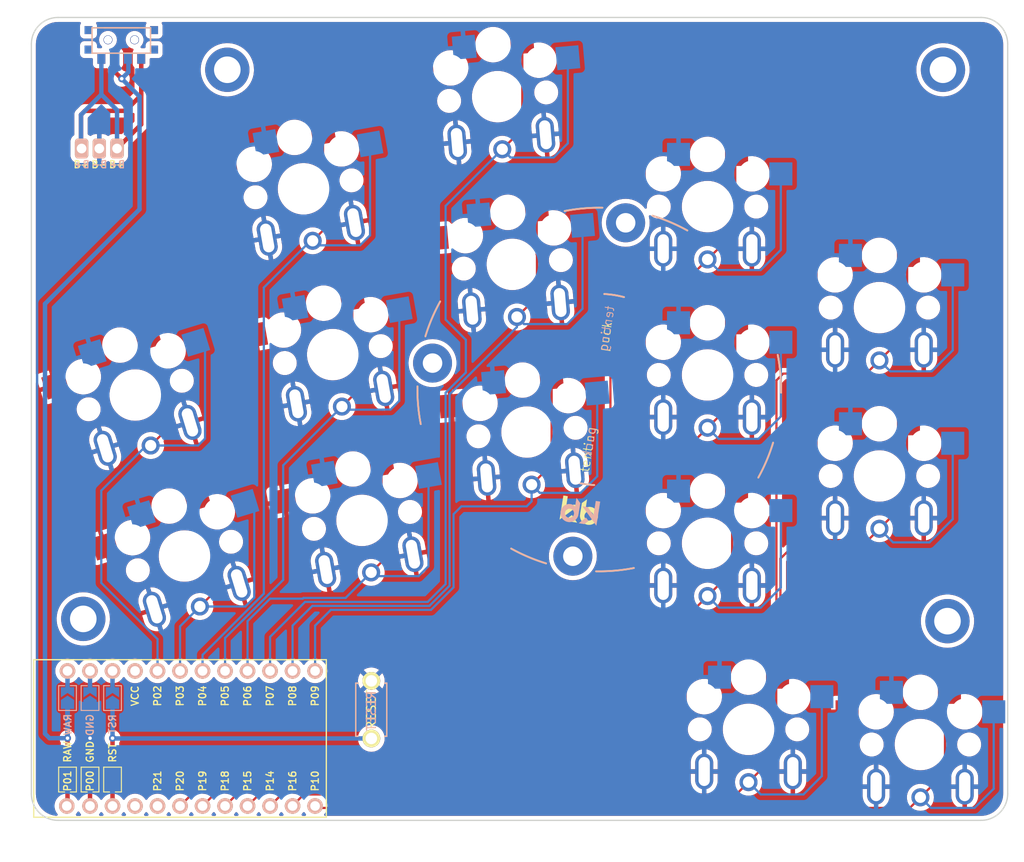
<source format=kicad_pcb>
(kicad_pcb (version 20211014) (generator pcbnew)
  (title_block (title "batta_choc") (rev "v1.0.0") (company "Unknown"))
  (layers (0 "F.Cu" signal) (31 "B.Cu" signal) (34 "B.Paste" user) (35 "F.Paste" user) (36 "B.SilkS" user "B.Silkscreen") (37 "F.SilkS" user "F.Silkscreen") (38 "B.Mask" user) (39 "F.Mask" user) (44 "Edge.Cuts" user))
  (net 0 "")
  (net 1 "GND")
  (net 2 "matrix_pinky_home")
  (net 3 "matrix_ring_bottom")
  (net 4 "matrix_ring_home")
  (net 5 "matrix_ring_top")
  (net 6 "matrix_middle_bottom")
  (net 7 "matrix_middle_home")
  (net 8 "matrix_middle_top")
  (net 9 "matrix_index_bottom")
  (net 10 "matrix_index_home")
  (net 11 "matrix_index_top")
  (net 12 "matrix_inner_bottom")
  (net 13 "matrix_inner_home")
  (net 14 "thumb_tucky")
  (net 15 "thumb_reachy")
  (net 16 "RAW")
  (net 17 "RST")
  (net 18 "matrix_pinky_top")
  (net 19 "b+")
  (footprint "Alaa:ChocV2hotswapWithSupportOval" (layer "F.Cu") (at 249.090824 84.505717 5)
    (fp_text reference "S7" hide)
    (fp_text value "" hide)
  )
  (footprint "Alaa:ChocV2hotswapWithSupportOval" (layer "F.Cu") (at 247.434865 65.578018 5)
    (fp_text reference "S8" hide)
    (fp_text value "" hide)
  )
  (footprint "Alaa:ChocV2hotswapWithSupportOval" (layer "F.Cu") (at 228.826421 94.688497 10)
    (fp_text reference "S4" hide)
    (fp_text value "" hide)
  )
  (footprint "Alaa:ProMicro32keys" (layer "F.Cu") (at 212.852 137.954)
    (fp_text reference "MCU1" hide)
    (fp_text value "" hide)
  )
  (footprint "clipboard:588d3aa5-8931-420f-9c57-a8cdf3d19d32" (layer "F.Cu") (at 239.946264 105.6951 -9)
    (fp_text reference "")
    (fp_text value "")
  )
  (footprint "Alaa:ChocV2hotswapWithSupportOval" (layer "F.Cu") (at 212.09774 117.419287 17)
    (fp_text reference "S1" hide)
    (fp_text value "" hide)
  )
  (footprint "" (layer "F.Cu") (at 200.66 124.46)
    (fp_text reference "")
    (fp_text value "")
  )
  (footprint "Alaa:ChocV2hotswapWithSupportOval" (layer "F.Cu") (at 271.115601 115.986367)
    (fp_text reference "S9" hide)
    (fp_text value "" hide)
  )
  (footprint "Alaa:ChocV2hotswapWithSupportOval" (layer "F.Cu") (at 290.515601 108.386367)
    (fp_text reference "S12" hide)
    (fp_text value "" hide)
  )
  (footprint "Alaa:ChocV2hotswapWithSupportOval" (layer "F.Cu") (at 275.740601 136.986367)
    (fp_text reference "S14" hide)
    (fp_text value "" hide)
  )
  (footprint "Alaa:ChocV2hotswapWithSupportOval" (layer "F.Cu") (at 232.125737 113.399844 10)
    (fp_text reference "S3" hide)
    (fp_text value "" hide)
  )
  (footprint "E73:SPDT_C128955" (layer "F.Cu") (at 204.950615 59.106416)
    (fp_text reference "T2" hide)
    (fp_text value "" hide)
  )
  (footprint "" (layer "F.Cu") (at 297.688 62.484)
    (fp_text reference "")
    (fp_text value "")
  )
  (footprint "" (layer "F.Cu") (at 216.916 62.484)
    (fp_text reference "")
    (fp_text value "")
  )
  (footprint "Alaa:ChocV2hotswapWithSupportOval" (layer "F.Cu") (at 250.746784 103.433416 5)
    (fp_text reference "S6" hide)
    (fp_text value "" hide)
  )
  (footprint "" (layer "F.Cu") (at 298.196 124.714)
    (fp_text reference "")
    (fp_text value "")
  )
  (footprint "Alaa:ChocV2hotswapWithSupportOval" (layer "F.Cu") (at 295.140601 138.696367)
    (fp_text reference "S15" hide)
    (fp_text value "" hide)
  )
  (footprint "lib:bat" (layer "F.Cu") (at 202.47 71.374)
    (fp_text reference "PAD1" hide)
    (fp_text value "" hide)
  )
  (footprint "kbd:ResetSW" (layer "F.Cu") (at 233.172 134.704 -90)
    (fp_text reference "B1" hide)
    (fp_text value "")
  )
  (footprint "Alaa:ChocV2hotswapWithSupportOval" (layer "F.Cu") (at 271.115601 77.986367)
    (fp_text reference "S11" hide)
    (fp_text value "" hide)
  )
  (footprint "Alaa:ChocV2hotswapWithSupportOval" (layer "F.Cu") (at 206.542677 99.249496 17)
    (fp_text reference "S2" hide)
    (fp_text value "" hide)
  )
  (footprint "Alaa:ChocV2hotswapWithSupportOval" (layer "F.Cu") (at 290.515601 89.386367)
    (fp_text reference "S13" hide)
    (fp_text value "" hide)
  )
  (footprint "Alaa:ChocV2hotswapWithSupportOval" (layer "F.Cu") (at 225.527106 75.97715 10)
    (fp_text reference "S5" hide)
    (fp_text value "" hide)
  )
  (footprint "Alaa:ChocV2hotswapWithSupportOval" (layer "F.Cu") (at 271.115601 96.986367)
    (fp_text reference "S10" hide)
    (fp_text value "" hide)
  )
  (footprint "E73:SPDT_C128955" (layer "F.Cu") (at 204.950615 59.106416)
    (fp_text reference "T1" hide)
    (fp_text value "" hide)
  )
  (gr_line (start 197.803209 147.196367) (end 301.990601 147.196367) (layer "Edge.Cuts") (width 0.15))
  (gr_arc (start 197.803209 147.196367) (mid 195.681895 146.317689) (end 194.803209 144.196367) (layer "Edge.Cuts") (width 0.15))
  (gr_line (start 197.803209 56.581422) (end 301.990601 56.581422) (layer "Edge.Cuts") (width 0.15))
  (gr_arc (start 304.990601 144.196367) (mid 304.111933 146.317709) (end 301.990601 147.196367) (layer "Edge.Cuts") (width 0.15))
  (gr_line (start 194.803209 144.196367) (end 194.803209 59.581422) (layer "Edge.Cuts") (width 0.15))
  (gr_line (start 304.990601 144.196367) (end 304.990601 59.581422) (layer "Edge.Cuts") (width 0.15))
  (gr_arc (start 301.990601 56.581422) (mid 304.111921 57.460102) (end 304.990601 59.581422) (layer "Edge.Cuts") (width 0.15))
  (gr_arc (start 194.803209 59.581422) (mid 195.681889 57.460102) (end 197.803209 56.581422) (layer "Edge.Cuts") (width 0.15))
  (segment (start 201.422 137.954) (end 201.422 141.867523) (width 0.5) (layer "F.Cu") (net 1))
  (via (at 201.422 137.922) (size 0.8) (drill 0.4) (layers "F.Cu" "B.Cu") (net 1))
  (segment (start 201.422 134.117523) (end 201.422 137.954) (width 0.5) (layer "B.Cu") (net 1))
  (segment (start 215.138 121.746216) (end 213.822732 123.061484) (width 0.25) (layer "F.Cu") (net 2))
  (segment (start 213.490025 110.771757) (end 213.490025 114.176025) (width 0.25) (layer "F.Cu") (net 2))
  (segment (start 215.138 115.824) (end 215.138 121.746216) (width 0.25) (layer "F.Cu") (net 2))
  (segment (start 213.490025 114.176025) (end 215.138 115.824) (width 0.25) (layer "F.Cu") (net 2))
  (segment (start 211.582 125.302216) (end 213.822732 123.061484) (width 0.25) (layer "B.Cu") (net 2))
  (segment (start 219.955869 112.454871) (end 219.955869 122.052977) (width 0.25) (layer "B.Cu") (net 2))
  (segment (start 219.955869 122.052977) (end 218.947362 123.061484) (width 0.25) (layer "B.Cu") (net 2))
  (segment (start 218.914767 111.413769) (end 219.955869 112.454871) (width 0.25) (layer "B.Cu") (net 2))
  (segment (start 211.582 130.334) (end 211.582 125.302216) (width 0.25) (layer "B.Cu") (net 2))
  (segment (start 218.947362 123.061484) (end 213.822732 123.061484) (width 0.25) (layer "B.Cu") (net 2))
  (segment (start 234.317774 106.97154) (end 234.317774 110.619774) (width 0.25) (layer "F.Cu") (net 3))
  (segment (start 235.204 111.506) (end 235.204 117.156469) (width 0.25) (layer "F.Cu") (net 3))
  (segment (start 234.317774 110.619774) (end 235.204 111.506) (width 0.25) (layer "F.Cu") (net 3))
  (segment (start 235.204 117.156469) (end 233.15026 119.210209) (width 0.25) (layer "F.Cu") (net 3))
  (segment (start 225.424282 122.174) (end 225.502843 122.09544) (width 0.25) (layer "B.Cu") (net 3))
  (segment (start 225.502843 122.09544) (end 230.265029 122.09544) (width 0.25) (layer "B.Cu") (net 3))
  (segment (start 219.202 130.334) (end 219.202 124.714) (width 0.25) (layer "B.Cu") (net 3))
  (segment (start 239.62384 108.269876) (end 239.62384 118.51616) (width 0.25) (layer "B.Cu") (net 3))
  (segment (start 238.506 119.634) (end 233.574051 119.634) (width 0.25) (layer "B.Cu") (net 3))
  (segment (start 221.742 122.174) (end 225.424282 122.174) (width 0.25) (layer "B.Cu") (net 3))
  (segment (start 239.62384 118.51616) (end 238.506 119.634) (width 0.25) (layer "B.Cu") (net 3))
  (segment (start 233.574051 119.634) (end 233.15026 119.210209) (width 0.25) (layer "B.Cu") (net 3))
  (segment (start 219.202 124.714) (end 221.742 122.174) (width 0.25) (layer "B.Cu") (net 3))
  (segment (start 230.265029 122.09544) (end 233.15026 119.210209) (width 0.25) (layer "B.Cu") (net 3))
  (segment (start 231.902 92.964) (end 231.902 98.447806) (width 0.25) (layer "F.Cu") (net 4))
  (segment (start 231.018458 88.260193) (end 231.018458 92.080458) (width 0.25) (layer "F.Cu") (net 4))
  (segment (start 231.018458 92.080458) (end 231.902 92.964) (width 0.25) (layer "F.Cu") (net 4))
  (segment (start 231.902 98.447806) (end 229.850944 100.498862) (width 0.25) (layer "F.Cu") (net 4))
  (segment (start 234.426207 100.850236) (end 230.202318 100.850236) (width 0.25) (layer "B.Cu") (net 4))
  (segment (start 216.662 126.618282) (end 223.221733 120.058549) (width 0.25) (layer "B.Cu") (net 4))
  (segment (start 223.221733 120.058549) (end 223.221733 107.128073) (width 0.25) (layer "B.Cu") (net 4))
  (segment (start 236.324524 99.852729) (end 235.339253 100.838) (width 0.25) (layer "B.Cu") (net 4))
  (segment (start 230.202318 100.850236) (end 229.850944 100.498862) (width 0.25) (layer "B.Cu") (net 4))
  (segment (start 236.324524 89.558529) (end 236.324524 99.852729) (width 0.25) (layer "B.Cu") (net 4))
  (segment (start 223.221733 107.128073) (end 229.850944 100.498862) (width 0.25) (layer "B.Cu") (net 4))
  (segment (start 216.662 130.334) (end 216.662 126.618282) (width 0.25) (layer "B.Cu") (net 4))
  (segment (start 235.339253 100.838) (end 234.495601 100.838) (width 0.25) (layer "B.Cu") (net 4))
  (segment (start 234.495601 100.838) (end 234.426207 100.850236) (width 0.25) (layer "B.Cu") (net 4))
  (segment (start 228.6 73.914) (end 228.6 79.739144) (width 0.25) (layer "F.Cu") (net 5))
  (segment (start 227.719143 73.033143) (end 228.6 73.914) (width 0.25) (layer "F.Cu") (net 5))
  (segment (start 227.719143 69.548846) (end 227.719143 73.033143) (width 0.25) (layer "F.Cu") (net 5))
  (segment (start 228.6 79.739144) (end 226.551629 81.787515) (width 0.25) (layer "F.Cu") (net 5))
  (segment (start 214.122 128.522564) (end 221.03848 121.606084) (width 0.25) (layer "B.Cu") (net 5))
  (segment (start 221.03848 87.06352) (end 226.314485 81.787515) (width 0.25) (layer "B.Cu") (net 5))
  (segment (start 221.03848 121.606084) (end 221.03848 87.06352) (width 0.25) (layer "B.Cu") (net 5))
  (segment (start 231.902 82.296) (end 227.060114 82.296) (width 0.25) (layer "B.Cu") (net 5))
  (segment (start 227.060114 82.296) (end 226.551629 81.787515) (width 0.25) (layer "B.Cu") (net 5))
  (segment (start 226.314485 81.787515) (end 226.551629 81.787515) (width 0.25) (layer "B.Cu") (net 5))
  (segment (start 233.025209 70.847182) (end 233.025209 81.172791) (width 0.25) (layer "B.Cu") (net 5))
  (segment (start 233.025209 81.172791) (end 231.902 82.296) (width 0.25) (layer "B.Cu") (net 5))
  (segment (start 214.122 130.334) (end 214.122 128.522564) (width 0.25) (layer "B.Cu") (net 5))
  (segment (start 253.490743 97.220623) (end 253.521305 97.251185) (width 0.25) (layer "F.Cu") (net 6))
  (segment (start 253.521305 107.050661) (end 251.261002 109.310964) (width 0.25) (layer "F.Cu") (net 6))
  (segment (start 253.521305 97.251185) (end 253.521305 107.050661) (width 0.25) (layer "F.Cu") (net 6))
  (segment (start 226.822 125.222) (end 228.6 123.444) (width 0.25) (layer "B.Cu") (net 6))
  (segment (start 242.45304 112.63896) (end 243.332 111.76) (width 0.25) (layer "B.Cu") (net 6))
  (segment (start 239.903717 123.444) (end 242.45304 120.894676) (width 0.25) (layer "B.Cu") (net 6))
  (segment (start 251.261002 111.196998) (end 251.261002 109.310964) (width 0.25) (layer "B.Cu") (net 6))
  (segment (start 250.698 111.76) (end 251.261002 111.196998) (width 0.25) (layer "B.Cu") (net 6))
  (segment (start 243.332 111.76) (end 250.698 111.76) (width 0.25) (layer "B.Cu") (net 6))
  (segment (start 228.6 123.444) (end 239.903717 123.444) (width 0.25) (layer "B.Cu") (net 6))
  (segment (start 252.186038 110.236) (end 251.261002 109.310964) (width 0.25) (layer "B.Cu") (net 6))
  (segment (start 258.66346 98.976472) (end 258.66346 108.36654) (width 0.25) (layer "B.Cu") (net 6))
  (segment (start 258.66346 108.36654) (end 256.794 110.236) (width 0.25) (layer "B.Cu") (net 6))
  (segment (start 226.822 130.334) (end 226.822 125.222) (width 0.25) (layer "B.Cu") (net 6))
  (segment (start 242.45304 120.894676) (end 242.45304 112.63896) (width 0.25) (layer "B.Cu") (net 6))
  (segment (start 256.794 110.236) (end 252.186038 110.236) (width 0.25) (layer "B.Cu") (net 6))
  (segment (start 251.865345 83.356472) (end 251.865345 88.122962) (width 0.25) (layer "F.Cu") (net 7))
  (segment (start 251.834783 78.292924) (end 251.834783 83.32591) (width 0.25) (layer "F.Cu") (net 7))
  (segment (start 251.865345 88.122962) (end 249.605042 90.383265) (width 0.25) (layer "F.Cu") (net 7))
  (segment (start 251.834783 83.32591) (end 251.865345 83.356472) (width 0.25) (layer "F.Cu") (net 7))
  (segment (start 257.0075 89.4485) (end 255.27 91.186) (width 0.25) (layer "B.Cu") (net 7))
  (segment (start 239.717519 122.99448) (end 242.00352 120.708479) (width 0.25) (layer "B.Cu") (net 7))
  (segment (start 255.27 91.186) (end 250.407777 91.186) (width 0.25) (layer "B.Cu") (net 7))
  (segment (start 224.282 130.334) (end 224.282 125.222) (width 0.25) (layer "B.Cu") (net 7))
  (segment (start 250.407777 91.186) (end 249.605042 90.383265) (width 0.25) (layer "B.Cu") (net 7))
  (segment (start 242.00352 120.708479) (end 242.00352 99.11848) (width 0.25) (layer "B.Cu") (net 7))
  (segment (start 249.605042 91.516958) (end 249.605042 90.383265) (width 0.25) (layer "B.Cu") (net 7))
  (segment (start 257.0075 80.048773) (end 257.0075 89.4485) (width 0.25) (layer "B.Cu") (net 7))
  (segment (start 226.50952 122.99448) (end 239.717519 122.99448) (width 0.25) (layer "B.Cu") (net 7))
  (segment (start 242.00352 99.11848) (end 249.605042 91.516958) (width 0.25) (layer "B.Cu") (net 7))
  (segment (start 224.282 125.222) (end 226.50952 122.99448) (width 0.25) (layer "B.Cu") (net 7))
  (segment (start 250.178824 59.365225) (end 250.209386 59.395787) (width 0.25) (layer "F.Cu") (net 8))
  (segment (start 250.209386 69.195263) (end 247.949083 71.455566) (width 0.25) (layer "F.Cu") (net 8))
  (segment (start 250.209386 59.395787) (end 250.209386 69.195263) (width 0.25) (layer "F.Cu") (net 8))
  (segment (start 255.351541 70.784459) (end 253.746 72.39) (width 0.25) (layer "B.Cu") (net 8))
  (segment (start 255.351541 61.121074) (end 255.351541 70.784459) (width 0.25) (layer "B.Cu") (net 8))
  (segment (start 221.742 130.334) (end 221.742 126.492) (width 0.25) (layer "B.Cu") (net 8))
  (segment (start 239.531322 122.54496) (end 241.554 120.522282) (width 0.25) (layer "B.Cu") (net 8))
  (segment (start 221.742 126.492) (end 225.68904 122.54496) (width 0.25) (layer "B.Cu") (net 8))
  (segment (start 243.84 96.646282) (end 243.84 92.964) (width 0.25) (layer "B.Cu") (net 8))
  (segment (start 241.554 120.522282) (end 241.554 98.932282) (width 0.25) (layer "B.Cu") (net 8))
  (segment (start 241.554 98.932282) (end 243.84 96.646282) (width 0.25) (layer "B.Cu") (net 8))
  (segment (start 241.554 77.850649) (end 247.949083 71.455566) (width 0.25) (layer "B.Cu") (net 8))
  (segment (start 225.68904 122.54496) (end 239.531322 122.54496) (width 0.25) (layer "B.Cu") (net 8))
  (segment (start 248.883517 72.39) (end 247.949083 71.455566) (width 0.25) (layer "B.Cu") (net 8))
  (segment (start 243.84 92.964) (end 241.554 90.678) (width 0.25) (layer "B.Cu") (net 8))
  (segment (start 241.554 90.678) (end 241.554 77.850649) (width 0.25) (layer "B.Cu") (net 8))
  (segment (start 253.746 72.39) (end 248.883517 72.39) (width 0.25) (layer "B.Cu") (net 8))
  (segment (start 261.874 123.444) (end 269.557966 123.444) (width 0.25) (layer "F.Cu") (net 9))
  (segment (start 261.05352 141.156197) (end 261.05352 124.26448) (width 0.25) (layer "F.Cu") (net 9))
  (segment (start 269.557966 123.444) (end 271.1156 121.886366) (width 0.25) (layer "F.Cu") (net 9))
  (segment (start 219.85896 142.37704) (end 259.832678 142.37704) (width 0.25) (layer "F.Cu") (net 9))
  (segment (start 261.05352 124.26448) (end 261.874 123.444) (width 0.25) (layer "F.Cu") (net 9))
  (segment (start 259.832678 142.37704) (end 261.05352 141.156197) (width 0.25) (layer "F.Cu") (net 9))
  (segment (start 273.890122 119.111844) (end 271.1156 121.886366) (width 0.25) (layer "F.Cu") (net 9))
  (segment (start 274.390599 110.036367) (end 273.890122 110.536844) (width 0.25) (layer "F.Cu") (net 9))
  (segment (start 273.890122 110.536844) (end 273.890122 119.111844) (width 0.25) (layer "F.Cu") (net 9))
  (segment (start 216.662 145.574) (end 219.85896 142.37704) (width 0.25) (layer "F.Cu") (net 9))
  (segment (start 279.3906 120.9134) (end 277.114 123.19) (width 0.25) (layer "B.Cu") (net 9))
  (segment (start 277.114 123.19) (end 272.419234 123.19) (width 0.25) (layer "B.Cu") (net 9))
  (segment (start 272.419234 123.19) (end 271.1156 121.886366) (width 0.25) (layer "B.Cu") (net 9))
  (segment (start 279.3906 112.236367) (end 279.3906 120.9134) (width 0.25) (layer "B.Cu") (net 9))
  (segment (start 217.76848 141.92752) (end 259.64648 141.92752) (width 0.25) (layer "F.Cu") (net 10))
  (segment (start 274.241079 91.185887) (end 274.241079 99.760887) (width 0.25) (layer "F.Cu") (net 10))
  (segment (start 269.607966 104.394) (end 271.1156 102.886366) (width 0.25) (layer "F.Cu") (net 10))
  (segment (start 214.122 145.574) (end 217.76848 141.92752) (width 0.25) (layer "F.Cu") (net 10))
  (segment (start 260.604 106.172) (end 262.382 104.394) (width 0.25) (layer "F.Cu") (net 10))
  (segment (start 274.390599 91.036367) (end 274.241079 91.185887) (width 0.25) (layer "F.Cu") (net 10))
  (segment (start 260.604 140.97) (end 260.604 106.172) (width 0.25) (layer "F.Cu") (net 10))
  (segment (start 262.382 104.394) (end 269.607966 104.394) (width 0.25) (layer "F.Cu") (net 10))
  (segment (start 259.64648 141.92752) (end 260.604 140.97) (width 0.25) (layer "F.Cu") (net 10))
  (segment (start 274.241079 99.760887) (end 271.1156 102.886366) (width 0.25) (layer "F.Cu") (net 10))
  (segment (start 272.369234 104.14) (end 271.1156 102.886366) (width 0.25) (layer "B.Cu") (net 10))
  (segment (start 279.3906 101.6094) (end 276.86 104.14) (width 0.25) (layer "B.Cu") (net 10))
  (segment (start 279.3906 93.236367) (end 279.3906 101.6094) (width 0.25) (layer "B.Cu") (net 10))
  (segment (start 276.86 104.14) (end 272.369234 104.14) (width 0.25) (layer "B.Cu") (net 10))
  (segment (start 269.657966 85.344) (end 271.1156 83.886366) (width 0.25) (layer "F.Cu") (net 11))
  (segment (start 215.678 141.478) (end 259.39248 141.478) (width 0.25) (layer "F.Cu") (net 11))
  (segment (start 260.15448 140.716) (end 260.15448 87.57152) (width 0.25) (layer "F.Cu") (net 11))
  (segment (start 262.382 85.344) (end 269.657966 85.344) (width 0.25) (layer "F.Cu") (net 11))
  (segment (start 274.390599 72.036367) (end 274.241079 72.185887) (width 0.25) (layer "F.Cu") (net 11))
  (segment (start 274.241079 72.185887) (end 274.241079 80.760887) (width 0.25) (layer "F.Cu") (net 11))
  (segment (start 211.582 145.574) (end 215.678 141.478) (width 0.25) (layer "F.Cu") (net 11))
  (segment (start 259.39248 141.478) (end 260.15448 140.716) (width 0.25) (layer "F.Cu") (net 11))
  (segment (start 260.15448 87.57152) (end 262.382 85.344) (width 0.25) (layer "F.Cu") (net 11))
  (segment (start 274.241079 80.760887) (end 271.1156 83.886366) (width 0.25) (layer "F.Cu") (net 11))
  (segment (start 277.114 85.09) (end 272.319234 85.09) (width 0.25) (layer "B.Cu") (net 11))
  (segment (start 279.3906 74.236367) (end 279.3906 82.8134) (width 0.25) (layer "B.Cu") (net 11))
  (segment (start 279.3906 82.8134) (end 277.114 85.09) (width 0.25) (layer "B.Cu") (net 11))
  (segment (start 272.319234 85.09) (end 271.1156 83.886366) (width 0.25) (layer "B.Cu") (net 11))
  (segment (start 279.34152 117.66048) (end 281.432 115.57) (width 0.25) (layer "F.Cu") (net 12))
  (segment (start 289.231966 115.57) (end 290.5156 114.286366) (width 0.25) (layer "F.Cu") (net 12))
  (segment (start 224.03992 143.27608) (end 260.205074 143.276079) (width 0.25) (layer "F.Cu") (net 12))
  (segment (start 221.742 145.574) (end 224.03992 143.27608) (width 0.25) (layer "F.Cu") (net 12))
  (segment (start 293.624 102.602966) (end 293.624 111.177966) (width 0.25) (layer "F.Cu") (net 12))
  (segment (start 278.44248 128.21152) (end 279.34152 127.31248) (width 0.25) (layer "F.Cu") (net 12))
  (segment (start 261.95256 141.528591) (end 261.95256 128.954876) (width 0.25) (layer "F.Cu") (net 12))
  (segment (start 260.205074 143.276079) (end 261.95256 141.528591) (width 0.25) (layer "F.Cu") (net 12))
  (segment (start 279.34152 127.31248) (end 279.34152 117.66048) (width 0.25) (layer "F.Cu") (net 12))
  (segment (start 293.790599 102.436367) (end 293.624 102.602966) (width 0.25) (layer "F.Cu") (net 12))
  (segment (start 261.95256 128.954876) (end 262.695916 128.21152) (width 0.25) (layer "F.Cu") (net 12))
  (segment (start 293.624 111.177966) (end 290.5156 114.286366) (width 0.25) (layer "F.Cu") (net 12))
  (segment (start 281.432 115.57) (end 289.231966 115.57) (width 0.25) (layer "F.Cu") (net 12))
  (segment (start 262.695916 128.21152) (end 278.44248 128.21152) (width 0.25) (layer "F.Cu") (net 12))
  (segment (start 298.7906 113.1974) (end 296.164 115.824) (width 0.25) (layer "B.Cu") (net 12))
  (segment (start 298.7906 104.636367) (end 298.7906 113.1974) (width 0.25) (layer "B.Cu") (net 12))
  (segment (start 296.164 115.824) (end 292.053234 115.824) (width 0.25) (layer "B.Cu") (net 12))
  (segment (start 292.053234 115.824) (end 290.5156 114.286366) (width 0.25) (layer "B.Cu") (net 12))
  (segment (start 279.654 96.774) (end 289.027966 96.774) (width 0.25) (layer "F.Cu") (net 13))
  (segment (start 289.027966 96.774) (end 290.5156 95.286366) (width 0.25) (layer "F.Cu") (net 13))
  (segment (start 278.892 97.536) (end 279.654 96.774) (width 0.25) (layer "F.Cu") (net 13))
  (segment (start 219.202 145.574) (end 221.94944 142.82656) (width 0.25) (layer "F.Cu") (net 13))
  (segment (start 278.13 127.762) (end 278.892 127) (width 0.25) (layer "F.Cu") (net 13))
  (segment (start 221.94944 142.82656) (end 260.018876 142.82656) (width 0.25) (layer "F.Cu") (net 13))
  (segment (start 278.892 127) (end 278.892 97.536) (width 0.25) (layer "F.Cu") (net 13))
  (segment (start 293.641079 83.585887) (end 293.641079 92.160887) (width 0.25) (layer "F.Cu") (net 13))
  (segment (start 293.790599 83.436367) (end 293.641079 83.585887) (width 0.25) (layer "F.Cu") (net 13))
  (segment (start 293.641079 92.160887) (end 290.5156 95.286366) (width 0.25) (layer "F.Cu") (net 13))
  (segment (start 260.018876 142.82656) (end 261.50304 141.342394) (width 0.25) (layer "F.Cu") (net 13))
  (segment (start 261.50304 141.342394) (end 261.50304 128.768678) (width 0.25) (layer "F.Cu") (net 13))
  (segment (start 262.509718 127.762) (end 278.13 127.762) (width 0.25) (layer "F.Cu") (net 13))
  (segment (start 261.50304 128.768678) (end 262.509718 127.762) (width 0.25) (layer "F.Cu") (net 13))
  (segment (start 291.749234 96.52) (end 290.5156 95.286366) (width 0.25) (layer "B.Cu") (net 13))
  (segment (start 296.418 96.52) (end 291.749234 96.52) (width 0.25) (layer "B.Cu") (net 13))
  (segment (start 298.7906 94.1474) (end 296.418 96.52) (width 0.25) (layer "B.Cu") (net 13))
  (segment (start 298.7906 85.636367) (end 298.7906 94.1474) (width 0.25) (layer "B.Cu") (net 13))
  (segment (start 278.866079 139.760887) (end 275.7406 142.886366) (width 0.25) (layer "F.Cu") (net 14))
  (segment (start 225.552 144.272) (end 224.282 145.542) (width 0.25) (layer "F.Cu") (net 14))
  (segment (start 224.282 145.542) (end 224.282 145.574) (width 0.25) (layer "F.Cu") (net 14))
  (segment (start 278.866079 131.185887) (end 278.866079 139.760887) (width 0.25) (layer "F.Cu") (net 14))
  (segment (start 275.7406 142.886366) (end 274.354966 144.272) (width 0.25) (layer "F.Cu") (net 14))
  (segment (start 274.354966 144.272) (end 225.552 144.272) (width 0.25) (layer "F.Cu") (net 14))
  (segment (start 284.0156 142.1964) (end 281.94 144.272) (width 0.25) (layer "B.Cu") (net 14))
  (segment (start 281.94 144.272) (end 277.126234 144.272) (width 0.25) (layer "B.Cu") (net 14))
  (segment (start 284.0156 133.236367) (end 284.0156 142.1964) (width 0.25) (layer "B.Cu") (net 14))
  (segment (start 277.126234 144.272) (end 275.7406 142.886366) (width 0.25) (layer "B.Cu") (net 14))
  (segment (start 297.915122 133.246844) (end 297.915122 141.821844) (width 0.25) (layer "F.Cu") (net 15))
  (segment (start 297.915122 141.821844) (end 295.1406 144.596366) (width 0.25) (layer "F.Cu") (net 15))
  (segment (start 298.415599 132.746367) (end 297.915122 133.246844) (width 0.25) (layer "F.Cu") (net 15))
  (segment (start 226.822 145.574) (end 227.044 145.796) (width 0.25) (layer "F.Cu") (net 15))
  (segment (start 227.044 145.796) (end 293.940966 145.796) (width 0.25) (layer "F.Cu") (net 15))
  (segment (start 293.940966 145.796) (end 295.1406 144.596366) (width 0.25) (layer "F.Cu") (net 15))
  (segment (start 296.340234 145.796) (end 295.1406 144.596366) (width 0.25) (layer "B.Cu") (net 15))
  (segment (start 303.4156 143.6244) (end 301.244 145.796) (width 0.25) (layer "B.Cu") (net 15))
  (segment (start 303.4156 134.946367) (end 303.4156 143.6244) (width 0.25) (layer "B.Cu") (net 15))
  (segment (start 301.244 145.796) (end 296.340234 145.796) (width 0.25) (layer "B.Cu") (net 15))
  (segment (start 204.200615 61.181416) (end 204.200615 62.691688) (width 0.5) (layer "F.Cu") (net 16))
  (segment (start 204.200615 62.691688) (end 205.002642 63.493715) (width 0.5) (layer "F.Cu") (net 16))
  (segment (start 198.882 141.867523) (end 198.882 137.954) (width 0.5) (layer "F.Cu") (net 16))
  (via (at 205.002642 63.493715) (size 0.8) (drill 0.4) (layers "F.Cu" "B.Cu") (net 16))
  (via (at 198.882 137.922) (size 0.8) (drill 0.4) (layers "F.Cu" "B.Cu") (net 16))
  (segment (start 207.01 65.501073) (end 205.002642 63.493715) (width 0.5) (layer "B.Cu") (net 16))
  (segment (start 198.882 134.117523) (end 198.882 137.954) (width 0.55) (layer "B.Cu") (net 16))
  (segment (start 198.882 137.922) (end 196.85 137.922) (width 0.5) (layer "B.Cu") (net 16))
  (segment (start 196.342 137.414) (end 196.342 88.9) (width 0.5) (layer "B.Cu") (net 16))
  (segment (start 196.342 88.9) (end 207.01 78.232) (width 0.5) (layer "B.Cu") (net 16))
  (segment (start 205.752 62.744326) (end 205.054027 63.442299) (width 0.5) (layer "B.Cu") (net 16))
  (segment (start 196.85 137.922) (end 196.342 137.414) (width 0.5) (layer "B.Cu") (net 16))
  (segment (start 205.752 61.13) (end 205.752 62.744326) (width 0.5) (layer "B.Cu") (net 16))
  (segment (start 207.01 78.232) (end 207.01 65.501073) (width 0.5) (layer "B.Cu") (net 16))
  (segment (start 203.962 141.867523) (end 203.962 137.954) (width 0.5) (layer "F.Cu") (net 17))
  (via (at 203.962 137.922) (size 0.8) (drill 0.4) (layers "F.Cu" "B.Cu") (net 17))
  (segment (start 203.962 137.954) (end 233.172 137.954) (width 0.5) (layer "B.Cu") (net 17))
  (segment (start 203.962 134.117523) (end 203.962 137.954) (width 0.5) (layer "B.Cu") (net 17))
  (segment (start 207.934962 92.601966) (end 207.934962 95.148031) (width 0.25) (layer "F.Cu") (net 18))
  (segment (start 207.934962 95.148031) (end 209.804 97.017069) (width 0.25) (layer "F.Cu") (net 18))
  (segment (start 209.804 103.355362) (end 208.267669 104.891693) (width 0.25) (layer "F.Cu") (net 18))
  (segment (start 209.804 97.017069) (end 209.804 103.355362) (width 0.25) (layer "F.Cu") (net 18))
  (segment (start 202.692 109.982) (end 207.782307 104.891693) (width 0.25) (layer "B.Cu") (net 18))
  (segment (start 213.359704 93.243978) (end 214.400806 94.28508) (width 0.25) (layer "B.Cu") (net 18))
  (segment (start 209.042 126.746) (end 202.692 120.396) (width 0.25) (layer "B.Cu") (net 18))
  (segment (start 207.782307 104.891693) (end 208.267669 104.891693) (width 0.25) (layer "B.Cu") (net 18))
  (segment (start 213.624307 104.891693) (end 208.267669 104.891693) (width 0.25) (layer "B.Cu") (net 18))
  (segment (start 214.400806 104.115194) (end 213.624307 104.891693) (width 0.25) (layer "B.Cu") (net 18))
  (segment (start 202.692 120.396) (end 202.692 109.982) (width 0.25) (layer "B.Cu") (net 18))
  (segment (start 209.042 130.334) (end 209.042 126.746) (width 0.25) (layer "B.Cu") (net 18))
  (segment (start 214.400806 94.28508) (end 214.400806 104.115194) (width 0.25) (layer "B.Cu") (net 18))
  (segment (start 207.200615 65.341385) (end 205.422 67.12) (width 0.5) (layer "F.Cu") (net 19))
  (segment (start 205.422 67.12) (end 200.85 67.12) (width 0.5) (layer "F.Cu") (net 19))
  (segment (start 200.406 67.564) (end 200.406 71.31) (width 0.5) (layer "F.Cu") (net 19))
  (segment (start 200.85 67.12) (end 200.406 67.564) (width 0.5) (layer "F.Cu") (net 19))
  (segment (start 200.406 71.31) (end 200.47 71.374) (width 0.5) (layer "F.Cu") (net 19))
  (segment (start 207.200615 61.181416) (end 207.200615 68.643385) (width 0.5) (layer "F.Cu") (net 19))
  (segment (start 207.200615 61.181416) (end 207.200615 65.341385) (width 0.5) (layer "F.Cu") (net 19))
  (segment (start 207.200615 68.643385) (end 204.47 71.374) (width 0.5) (layer "F.Cu") (net 19))
  (segment (start 202.700615 65.269385) (end 204.47 67.03877) (width 0.5) (layer "B.Cu") (net 19))
  (segment (start 202.700615 61.181416) (end 202.700615 65.269385) (width 0.5) (layer "B.Cu") (net 19))
  (segment (start 200.406 71.31) (end 200.47 71.374) (width 0.5) (layer "B.Cu") (net 19))
  (segment (start 204.47 67.03877) (end 204.47 71.374) (width 0.5) (layer "B.Cu") (net 19))
  (segment (start 202.700615 65.269385) (end 200.406 67.564) (width 0.5) (layer "B.Cu") (net 19))
  (segment (start 200.406 67.564) (end 200.406 71.31) (width 0.5) (layer "B.Cu") (net 19))
  (zone (net 1) (net_name "GND") (layers F&B.Cu) (connect_pads (clearance 0.508)) (min_thickness 0.254) (fill yes (thermal_gap 0.508) (thermal_bridge_width 0.508) (island_removal_mode 1) (island_area_min 0))
    (polygon (pts (xy 306.832 151.892) (xy 191.262 150.876) (xy 192.278 54.61) (xy 306.832 54.864)))
  )
)
</source>
